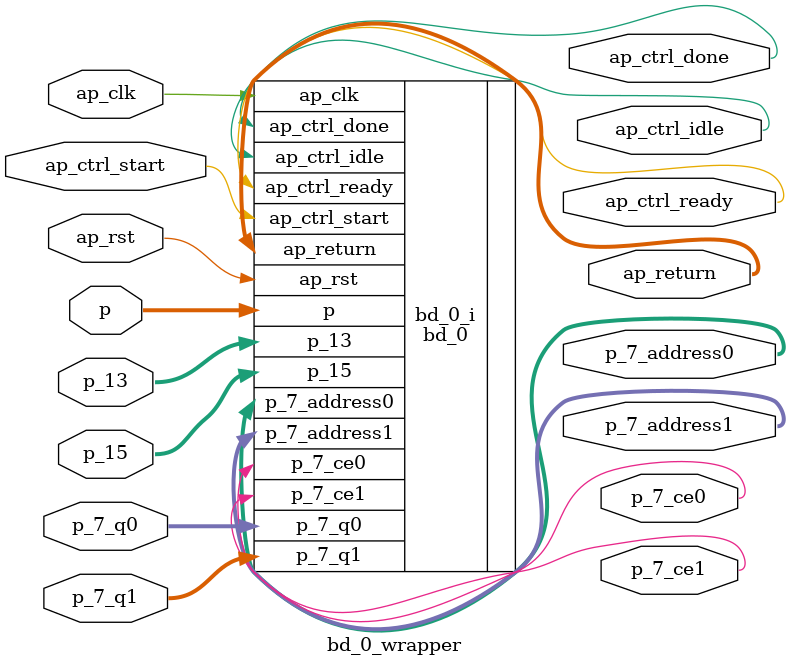
<source format=v>
`timescale 1 ps / 1 ps

module bd_0_wrapper
   (ap_clk,
    ap_ctrl_done,
    ap_ctrl_idle,
    ap_ctrl_ready,
    ap_ctrl_start,
    ap_return,
    ap_rst,
    p,
    p_13,
    p_15,
    p_7_address0,
    p_7_address1,
    p_7_ce0,
    p_7_ce1,
    p_7_q0,
    p_7_q1);
  input ap_clk;
  output ap_ctrl_done;
  output ap_ctrl_idle;
  output ap_ctrl_ready;
  input ap_ctrl_start;
  output [7:0]ap_return;
  input ap_rst;
  input [63:0]p;
  input [7:0]p_13;
  input [15:0]p_15;
  output [2:0]p_7_address0;
  output [2:0]p_7_address1;
  output p_7_ce0;
  output p_7_ce1;
  input [63:0]p_7_q0;
  input [63:0]p_7_q1;

  wire ap_clk;
  wire ap_ctrl_done;
  wire ap_ctrl_idle;
  wire ap_ctrl_ready;
  wire ap_ctrl_start;
  wire [7:0]ap_return;
  wire ap_rst;
  wire [63:0]p;
  wire [7:0]p_13;
  wire [15:0]p_15;
  wire [2:0]p_7_address0;
  wire [2:0]p_7_address1;
  wire p_7_ce0;
  wire p_7_ce1;
  wire [63:0]p_7_q0;
  wire [63:0]p_7_q1;

  bd_0 bd_0_i
       (.ap_clk(ap_clk),
        .ap_ctrl_done(ap_ctrl_done),
        .ap_ctrl_idle(ap_ctrl_idle),
        .ap_ctrl_ready(ap_ctrl_ready),
        .ap_ctrl_start(ap_ctrl_start),
        .ap_return(ap_return),
        .ap_rst(ap_rst),
        .p(p),
        .p_13(p_13),
        .p_15(p_15),
        .p_7_address0(p_7_address0),
        .p_7_address1(p_7_address1),
        .p_7_ce0(p_7_ce0),
        .p_7_ce1(p_7_ce1),
        .p_7_q0(p_7_q0),
        .p_7_q1(p_7_q1));
endmodule

</source>
